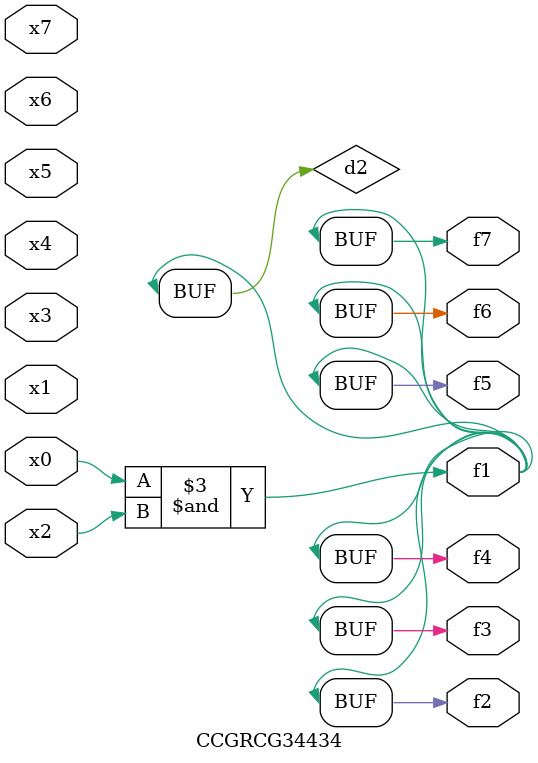
<source format=v>
module CCGRCG34434(
	input x0, x1, x2, x3, x4, x5, x6, x7,
	output f1, f2, f3, f4, f5, f6, f7
);

	wire d1, d2;

	nor (d1, x3, x6);
	and (d2, x0, x2);
	assign f1 = d2;
	assign f2 = d2;
	assign f3 = d2;
	assign f4 = d2;
	assign f5 = d2;
	assign f6 = d2;
	assign f7 = d2;
endmodule

</source>
